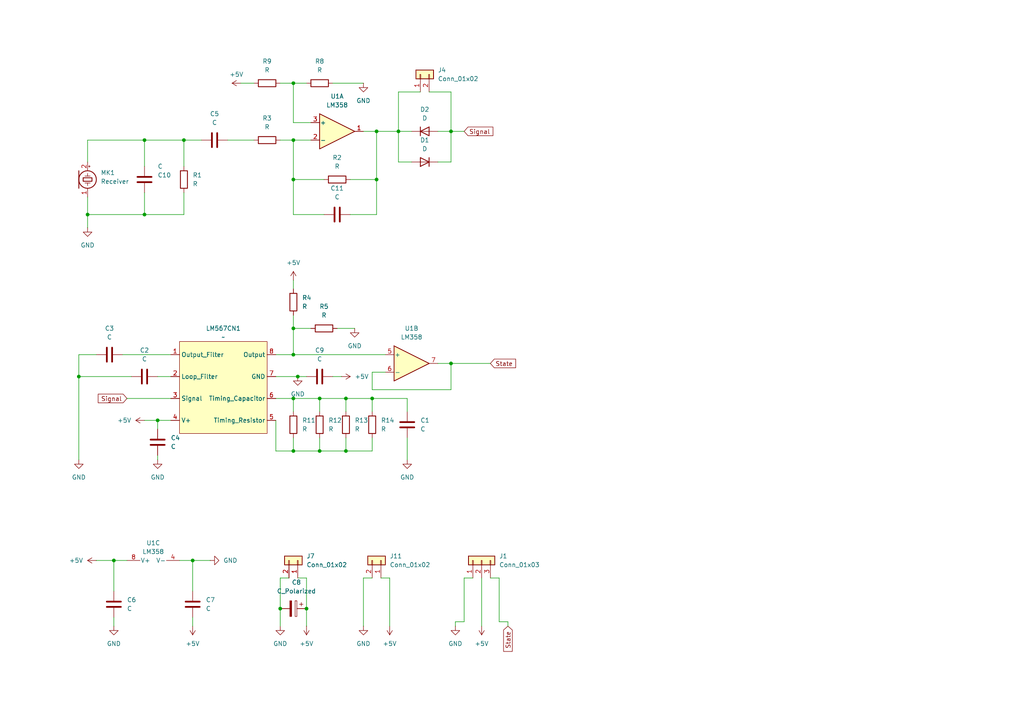
<source format=kicad_sch>
(kicad_sch (version 20250114) (generator "eeschema") (generator_version "9.0")
  (paper "A4")
  (lib_symbols
    (symbol "Amplifier_Operational:LM358" (pin_names (offset 0.127))
      (property "Reference" "U" (at 0 5.08 0))
      (property "Value" "LM358" (at 0 -5.08 0))
      (symbol "LM358_1_1"
        (polyline (pts (xy -5.08 5.08) (xy 5.08 0) (xy -5.08 -5.08) (xy -5.08 5.08)) (stroke (width 0.254)) (fill (type background)))
        (pin input line (at -7.62 2.54 0) (length 2.54) (name "+") (number "3"))
        (pin input line (at -7.62 -2.54 0) (length 2.54) (name "-") (number "2"))
        (pin output line (at 7.62 0 180) (length 2.54) (name "~") (number "1"))
      )
      (symbol "LM358_2_1"
        (polyline (pts (xy -5.08 5.08) (xy 5.08 0) (xy -5.08 -5.08) (xy -5.08 5.08)) (stroke (width 0.254)) (fill (type background)))
        (pin input line (at -7.62 2.54 0) (length 2.54) (name "+") (number "5"))
        (pin input line (at -7.62 -2.54 0) (length 2.54) (name "-") (number "6"))
        (pin output line (at 7.62 0 180) (length 2.54) (name "~") (number "7"))
      )
      (symbol "LM358_3_1"
        (pin power_in line (at -2.54 7.62 270) (length 3.81) (name "V+") (number "8"))
        (pin power_in line (at -2.54 -7.62 90) (length 3.81) (name "V-") (number "4"))
      )
    )
    (symbol "C_1" (pin_numbers (hide yes)) (pin_names (offset 0.254))
      (property "Reference" "C" (at 0.635 2.54 0))
      (property "Value" "C" (at 0.635 -2.54 0))
      (symbol "C_1_0_1"
        (polyline (pts (xy -2.032 0.762) (xy 2.032 0.762)) (stroke (width 0.508)))
        (polyline (pts (xy -2.032 -0.762) (xy 2.032 -0.762)) (stroke (width 0.508)))
      )
      (symbol "C_1_1_1"
        (pin passive line (at 0 3.81 270) (length 2.794) (name "~") (number "1"))
        (pin passive line (at 0 -3.81 90) (length 2.794) (name "~") (number "2"))
      )
    )
    (symbol "Connector_Generic:Conn_01x02" (pin_names (offset 1.016) (hide yes))
      (property "Reference" "J" (at 0 2.54 0))
      (property "Value" "Conn_01x02" (at 0 -5.08 0))
      (symbol "Conn_01x02_1_1"
        (rectangle (start -1.27 1.27) (end 1.27 -3.81) (stroke (width 0.254)) (fill (type background)))
        (rectangle (start -1.27 0.127) (end 0 -0.127) (stroke (width 0.1524)))
        (rectangle (start -1.27 -2.413) (end 0 -2.667) (stroke (width 0.1524)))
        (pin passive line (at -5.08 0 0) (length 3.81) (name "Pin_1") (number "1"))
        (pin passive line (at -5.08 -2.54 0) (length 3.81) (name "Pin_2") (number "2"))
      )
    )
    (symbol "Connector_Generic:Conn_01x03" (pin_names (offset 1.016) (hide yes))
      (property "Reference" "J" (at 0 5.08 0))
      (property "Value" "Conn_01x03" (at 0 -5.08 0))
      (symbol "Conn_01x03_1_1"
        (rectangle (start -1.27 3.81) (end 1.27 -3.81) (stroke (width 0.254)) (fill (type background)))
        (rectangle (start -1.27 2.667) (end 0 2.413) (stroke (width 0.1524)))
        (rectangle (start -1.27 0.127) (end 0 -0.127) (stroke (width 0.1524)))
        (rectangle (start -1.27 -2.413) (end 0 -2.667) (stroke (width 0.1524)))
        (pin passive line (at -5.08 2.54 0) (length 3.81) (name "Pin_1") (number "1"))
        (pin passive line (at -5.08 0 0) (length 3.81) (name "Pin_2") (number "2"))
        (pin passive line (at -5.08 -2.54 0) (length 3.81) (name "Pin_3") (number "3"))
      )
    )
    (symbol "Device:C" (pin_numbers (hide yes)) (pin_names (offset 0.254))
      (property "Reference" "C" (at 0.635 2.54 0))
      (property "Value" "C" (at 0.635 -2.54 0))
      (symbol "C_0_1"
        (polyline (pts (xy -2.032 0.762) (xy 2.032 0.762)) (stroke (width 0.508)))
        (polyline (pts (xy -2.032 -0.762) (xy 2.032 -0.762)) (stroke (width 0.508)))
      )
      (symbol "C_1_1"
        (pin passive line (at 0 3.81 270) (length 2.794) (name "~") (number "1"))
        (pin passive line (at 0 -3.81 90) (length 2.794) (name "~") (number "2"))
      )
    )
    (symbol "Device:C_Polarized" (pin_numbers (hide yes)) (pin_names (offset 0.254))
      (property "Reference" "C" (at 0.635 2.54 0))
      (property "Value" "C_Polarized" (at 0.635 -2.54 0))
      (symbol "C_Polarized_0_1"
        (rectangle (start -2.286 0.508) (end 2.286 1.016))
        (polyline (pts (xy -1.778 2.286) (xy -0.762 2.286)))
        (polyline (pts (xy -1.27 2.794) (xy -1.27 1.778)))
        (rectangle (start 2.286 -0.508) (end -2.286 -1.016) (fill (type outline)))
      )
      (symbol "C_Polarized_1_1"
        (pin passive line (at 0 3.81 270) (length 2.794) (name "~") (number "1"))
        (pin passive line (at 0 -3.81 90) (length 2.794) (name "~") (number "2"))
      )
    )
    (symbol "Device:D" (pin_numbers (hide yes)) (pin_names (offset 1.016) (hide yes))
      (property "Reference" "D" (at 0 2.54 0))
      (property "Value" "D" (at 0 -2.54 0))
      (symbol "D_0_1"
        (polyline (pts (xy -1.27 1.27) (xy -1.27 -1.27)) (stroke (width 0.254)))
        (polyline (pts (xy 1.27 1.27) (xy 1.27 -1.27) (xy -1.27 0) (xy 1.27 1.27)) (stroke (width 0.254)))
        (polyline (pts (xy 1.27 0) (xy -1.27 0)))
      )
      (symbol "D_1_1"
        (pin passive line (at -3.81 0 0) (length 2.54) (name "K") (number "1"))
        (pin passive line (at 3.81 0 180) (length 2.54) (name "A") (number "2"))
      )
    )
    (symbol "Device:Microphone_Ultrasound" (pin_names (offset 0.0254) (hide yes))
      (property "Reference" "MK" (at -3.81 1.143 0))
      (property "Value" "Microphone_Ultrasound" (at -3.81 -0.762 0))
      (symbol "Microphone_Ultrasound_0_1"
        (polyline (pts (xy -2.54 2.54) (xy -2.54 -2.54)) (stroke (width 0.254)))
        (rectangle (start -1.27 0.508) (end 1.27 -0.508) (stroke (width 0.254)))
        (polyline (pts (xy -0.762 1.016) (xy 0.762 1.016)))
        (polyline (pts (xy -0.762 -1.016) (xy 0.762 -1.016)))
        (polyline (pts (xy 0 1.016) (xy 0 1.778)))
        (circle (center 0 0) (radius 2.54) (stroke (width 0.254)))
        (polyline (pts (xy 0 -1.016) (xy 0 -1.778)))
        (polyline (pts (xy 0.254 3.81) (xy 0.762 3.81)))
        (polyline (pts (xy 0.508 4.064) (xy 0.508 3.556)))
      )
      (symbol "Microphone_Ultrasound_1_1"
        (pin passive line (at 0 5.08 270) (length 2.54) (name "+") (number "2"))
        (pin passive line (at 0 -5.08 90) (length 2.54) (name "-") (number "1"))
      )
    )
    (symbol "Device:R" (pin_numbers (hide yes)) (pin_names (offset 0))
      (property "Reference" "R" (at 2.032 0 90))
      (property "Value" "R" (at 0 0 90))
      (symbol "R_0_1"
        (rectangle (start -1.016 -2.54) (end 1.016 2.54) (stroke (width 0.254)))
      )
      (symbol "R_1_1"
        (pin passive line (at 0 3.81 270) (length 1.27) (name "~") (number "1"))
        (pin passive line (at 0 -3.81 90) (length 1.27) (name "~") (number "2"))
      )
    )
    (symbol "LM567:LM567CN"
      (property "Reference" "LM567CN" (at 0 0 0))
      (symbol "LM567CN_1_1"
        (rectangle (start -12.7 12.7) (end 12.7 -13.97) (fill (type background)))
        (pin passive line (at -15.24 8.89 0) (length 2.54) (name "Output_Filter") (number "1"))
        (pin passive line (at -15.24 2.54 0) (length 2.54) (name "Loop_Filter") (number "2"))
        (pin input line (at -15.24 -3.81 0) (length 2.54) (name "Signal") (number "3"))
        (pin input line (at -15.24 -10.16 0) (length 2.54) (name "V+") (number "4"))
        (pin output line (at 15.24 8.89 180) (length 2.54) (name "Output") (number "8"))
        (pin input line (at 15.24 2.54 180) (length 2.54) (name "GND") (number "7"))
        (pin passive line (at 15.24 -3.81 180) (length 2.54) (name "Timing_Capacitor") (number "6"))
        (pin passive line (at 15.24 -10.16 180) (length 2.54) (name "Timing_Resistor") (number "5"))
      )
    )
    (symbol "power:+5V" (power) (pin_numbers (hide yes)) (pin_names (offset 0) (hide yes))
      (property "Value" "+5V" (at 0 3.556 0))
      (symbol "+5V_0_1"
        (polyline (pts (xy -0.762 1.27) (xy 0 2.54)))
        (polyline (pts (xy 0 2.54) (xy 0.762 1.27)))
        (polyline (pts (xy 0 0) (xy 0 2.54)))
      )
      (symbol "+5V_1_1"
        (pin power_in line (at 0 0 90) (length 0) (name "~") (number "1"))
      )
    )
    (symbol "power:GND" (power) (pin_numbers (hide yes)) (pin_names (offset 0) (hide yes))
      (property "Value" "GND" (at 0 -3.81 0))
      (symbol "GND_0_1"
        (polyline (pts (xy 0 0) (xy 0 -1.27) (xy 1.27 -1.27) (xy 0 -2.54) (xy -1.27 -1.27) (xy 0 -1.27)))
      )
      (symbol "GND_1_1"
        (pin power_in line (at 0 0 270) (length 0) (name "~") (number "1"))
      )
    )
  )
  (junction (at 85.09 95.25))
  (junction (at 130.81 38.1))
  (junction (at 22.86 109.22))
  (junction (at 92.71 130.81))
  (junction (at 100.33 130.81))
  (junction (at 33.02 162.56))
  (junction (at 130.81 105.41))
  (junction (at 85.09 24.13))
  (junction (at 88.9 176.53))
  (junction (at 85.09 115.57))
  (junction (at 85.09 52.07))
  (junction (at 115.57 38.1))
  (junction (at 107.95 115.57))
  (junction (at 109.22 52.07))
  (junction (at 25.4 62.23))
  (junction (at 85.09 102.87))
  (junction (at 85.09 130.81))
  (junction (at 92.71 115.57))
  (junction (at 45.72 121.92))
  (junction (at 53.34 40.64))
  (junction (at 41.91 62.23))
  (junction (at 41.91 40.64))
  (junction (at 81.28 176.53))
  (junction (at 85.09 40.64))
  (junction (at 55.88 162.56))
  (junction (at 86.36 109.22))
  (junction (at 100.33 115.57))
  (junction (at 109.22 38.1))
  (wire (pts (xy 107.95 107.95) (xy 111.76 107.95)))
  (wire (pts (xy 107.95 115.57) (xy 107.95 119.38)))
  (wire (pts (xy 130.81 38.1) (xy 134.62 38.1)))
  (wire (pts (xy 80.01 109.22) (xy 86.36 109.22)))
  (wire (pts (xy 81.28 24.13) (xy 85.09 24.13)))
  (wire (pts (xy 96.52 109.22) (xy 99.06 109.22)))
  (wire (pts (xy 81.28 40.64) (xy 85.09 40.64)))
  (wire (pts (xy 147.32 180.34) (xy 144.78 180.34)))
  (wire (pts (xy 88.9 167.64) (xy 86.36 167.64)))
  (wire (pts (xy 127 105.41) (xy 130.81 105.41)))
  (wire (pts (xy 81.28 167.64) (xy 81.28 176.53)))
  (wire (pts (xy 45.72 124.46) (xy 45.72 121.92)))
  (wire (pts (xy 93.98 62.23) (xy 85.09 62.23)))
  (wire (pts (xy 27.94 102.87) (xy 22.86 102.87)))
  (wire (pts (xy 41.91 40.64) (xy 41.91 48.26)))
  (wire (pts (xy 109.22 38.1) (xy 115.57 38.1)))
  (wire (pts (xy 113.03 167.64) (xy 110.49 167.64)))
  (wire (pts (xy 41.91 62.23) (xy 25.4 62.23)))
  (wire (pts (xy 92.71 115.57) (xy 92.71 119.38)))
  (wire (pts (xy 85.09 115.57) (xy 85.09 119.38)))
  (wire (pts (xy 85.09 24.13) (xy 88.9 24.13)))
  (wire (pts (xy 80.01 115.57) (xy 85.09 115.57)))
  (wire (pts (xy 45.72 132.08) (xy 45.72 133.35)))
  (wire (pts (xy 86.36 109.22) (xy 88.9 109.22)))
  (wire (pts (xy 66.04 40.64) (xy 73.66 40.64)))
  (wire (pts (xy 25.4 40.64) (xy 41.91 40.64)))
  (wire (pts (xy 85.09 35.56) (xy 85.09 24.13)))
  (wire (pts (xy 115.57 38.1) (xy 115.57 46.99)))
  (wire (pts (xy 90.17 35.56) (xy 85.09 35.56)))
  (wire (pts (xy 109.22 52.07) (xy 101.6 52.07)))
  (wire (pts (xy 33.02 162.56) (xy 33.02 171.45)))
  (wire (pts (xy 41.91 121.92) (xy 45.72 121.92)))
  (wire (pts (xy 25.4 62.23) (xy 25.4 66.04)))
  (wire (pts (xy 55.88 179.07) (xy 55.88 181.61)))
  (wire (pts (xy 142.24 167.64) (xy 144.78 167.64)))
  (wire (pts (xy 81.28 167.64) (xy 83.82 167.64)))
  (wire (pts (xy 85.09 62.23) (xy 85.09 52.07)))
  (wire (pts (xy 36.83 115.57) (xy 49.53 115.57)))
  (wire (pts (xy 92.71 130.81) (xy 100.33 130.81)))
  (wire (pts (xy 124.46 26.67) (xy 130.81 26.67)))
  (wire (pts (xy 107.95 113.03) (xy 107.95 107.95)))
  (wire (pts (xy 109.22 62.23) (xy 109.22 52.07)))
  (wire (pts (xy 109.22 38.1) (xy 109.22 52.07)))
  (wire (pts (xy 33.02 179.07) (xy 33.02 181.61)))
  (wire (pts (xy 53.34 40.64) (xy 58.42 40.64)))
  (wire (pts (xy 85.09 130.81) (xy 85.09 127)))
  (wire (pts (xy 85.09 95.25) (xy 85.09 102.87)))
  (wire (pts (xy 93.98 52.07) (xy 85.09 52.07)))
  (wire (pts (xy 85.09 95.25) (xy 90.17 95.25)))
  (wire (pts (xy 118.11 127) (xy 118.11 133.35)))
  (wire (pts (xy 85.09 52.07) (xy 85.09 40.64)))
  (wire (pts (xy 88.9 176.53) (xy 88.9 181.61)))
  (wire (pts (xy 147.32 181.61) (xy 147.32 180.34)))
  (wire (pts (xy 55.88 162.56) (xy 55.88 171.45)))
  (wire (pts (xy 35.56 102.87) (xy 49.53 102.87)))
  (wire (pts (xy 101.6 62.23) (xy 109.22 62.23)))
  (wire (pts (xy 22.86 102.87) (xy 22.86 109.22)))
  (wire (pts (xy 132.08 180.34) (xy 132.08 181.61)))
  (wire (pts (xy 92.71 127) (xy 92.71 130.81)))
  (wire (pts (xy 105.41 167.64) (xy 107.95 167.64)))
  (wire (pts (xy 25.4 57.15) (xy 25.4 62.23)))
  (wire (pts (xy 92.71 115.57) (xy 100.33 115.57)))
  (wire (pts (xy 85.09 115.57) (xy 92.71 115.57)))
  (wire (pts (xy 100.33 115.57) (xy 100.33 119.38)))
  (wire (pts (xy 134.62 167.64) (xy 137.16 167.64)))
  (wire (pts (xy 113.03 167.64) (xy 113.03 181.61)))
  (wire (pts (xy 96.52 24.13) (xy 105.41 24.13)))
  (wire (pts (xy 115.57 38.1) (xy 119.38 38.1)))
  (wire (pts (xy 85.09 102.87) (xy 111.76 102.87)))
  (wire (pts (xy 55.88 162.56) (xy 52.07 162.56)))
  (wire (pts (xy 45.72 121.92) (xy 49.53 121.92)))
  (wire (pts (xy 85.09 40.64) (xy 90.17 40.64)))
  (wire (pts (xy 55.88 162.56) (xy 60.96 162.56)))
  (wire (pts (xy 22.86 109.22) (xy 22.86 133.35)))
  (wire (pts (xy 85.09 130.81) (xy 92.71 130.81)))
  (wire (pts (xy 22.86 109.22) (xy 38.1 109.22)))
  (wire (pts (xy 107.95 130.81) (xy 100.33 130.81)))
  (wire (pts (xy 45.72 109.22) (xy 49.53 109.22)))
  (wire (pts (xy 80.01 121.92) (xy 80.01 130.81)))
  (wire (pts (xy 127 38.1) (xy 130.81 38.1)))
  (wire (pts (xy 130.81 105.41) (xy 142.24 105.41)))
  (wire (pts (xy 41.91 55.88) (xy 41.91 62.23)))
  (wire (pts (xy 130.81 113.03) (xy 107.95 113.03)))
  (wire (pts (xy 130.81 38.1) (xy 130.81 46.99)))
  (wire (pts (xy 97.79 95.25) (xy 102.87 95.25)))
  (wire (pts (xy 100.33 115.57) (xy 107.95 115.57)))
  (wire (pts (xy 81.28 176.53) (xy 81.28 181.61)))
  (wire (pts (xy 27.94 162.56) (xy 33.02 162.56)))
  (wire (pts (xy 115.57 46.99) (xy 119.38 46.99)))
  (wire (pts (xy 41.91 62.23) (xy 53.34 62.23)))
  (wire (pts (xy 41.91 40.64) (xy 53.34 40.64)))
  (wire (pts (xy 69.85 24.13) (xy 73.66 24.13)))
  (wire (pts (xy 85.09 91.44) (xy 85.09 95.25)))
  (wire (pts (xy 107.95 127) (xy 107.95 130.81)))
  (wire (pts (xy 85.09 81.28) (xy 85.09 83.82)))
  (wire (pts (xy 127 46.99) (xy 130.81 46.99)))
  (wire (pts (xy 115.57 26.67) (xy 115.57 38.1)))
  (wire (pts (xy 107.95 115.57) (xy 118.11 115.57)))
  (wire (pts (xy 139.7 181.61) (xy 139.7 167.64)))
  (wire (pts (xy 118.11 115.57) (xy 118.11 119.38)))
  (wire (pts (xy 130.81 26.67) (xy 130.81 38.1)))
  (wire (pts (xy 33.02 162.56) (xy 36.83 162.56)))
  (wire (pts (xy 105.41 167.64) (xy 105.41 181.61)))
  (wire (pts (xy 88.9 167.64) (xy 88.9 176.53)))
  (wire (pts (xy 105.41 38.1) (xy 109.22 38.1)))
  (wire (pts (xy 132.08 180.34) (xy 134.62 180.34)))
  (wire (pts (xy 80.01 130.81) (xy 85.09 130.81)))
  (wire (pts (xy 53.34 55.88) (xy 53.34 62.23)))
  (wire (pts (xy 80.01 102.87) (xy 85.09 102.87)))
  (wire (pts (xy 53.34 48.26) (xy 53.34 40.64)))
  (wire (pts (xy 130.81 105.41) (xy 130.81 113.03)))
  (wire (pts (xy 121.92 26.67) (xy 115.57 26.67)))
  (wire (pts (xy 100.33 127) (xy 100.33 130.81)))
  (wire (pts (xy 134.62 167.64) (xy 134.62 180.34)))
  (wire (pts (xy 144.78 180.34) (xy 144.78 167.64)))
  (wire (pts (xy 25.4 46.99) (xy 25.4 40.64)))
  (global_label "Signal" (shape input) (at 36.83 115.57 180) (property "Intersheetrefs" "${INTERSHEET_REFS}" (effects (hide yes))))
  (global_label "Signal" (shape input) (at 134.62 38.1 0) (property "Intersheetrefs" "${INTERSHEET_REFS}" (effects (hide yes))))
  (global_label "State" (shape input) (at 142.24 105.41 0) (property "Intersheetrefs" "${INTERSHEET_REFS}" (effects (hide yes))))
  (global_label "State" (shape input) (at 147.32 181.61 270) (property "Intersheetrefs" "${INTERSHEET_REFS}" (effects (hide yes))))
  (symbol (lib_id "Device:Microphone_Ultrasound") (at 25.4 52.07 0) (unit 1)
    (property "Reference" "MK1" (at 29.21 50.1014 0) (effects (justify left)))
    (property "Value" "Receiver" (at 29.21 52.6414 0) (effects (justify left)))
    (property "Footprint" "UR:UR-1640K-TT-2-R" (effects (hide yes)))
    (property "Description" "Ultrasound receiver" (effects (hide yes)))
  )
  (symbol (lib_id "Connector_Generic:Conn_01x03") (at 139.7 162.56 90) (unit 1)
    (property "Reference" "J1" (at 144.78 161.2899 90) (effects (justify right)))
    (property "Value" "Conn_01x03" (at 144.78 163.8299 90) (effects (justify right)))
    (property "Footprint" "Connector_PinHeader_2.54mm:PinHeader_1x03_P2.54mm_Vertical" (effects (hide yes)))
    (property "Description" "Generic connector, single row, 01x03, script generated (kicad-library-utils/schlib/autogen/connector/)" (effects (hide yes)))
  )
  (symbol (lib_id "power:+5V") (at 41.91 121.92 90) (unit 1)
    (property "Reference" "#PWR04" (effects (hide yes)))
    (property "Value" "+5V" (at 38.1 121.9199 90) (effects (justify left)))
    (property "Description" "Power symbol creates a global label with name \"+5V\"" (effects (hide yes)))
  )
  (symbol (lib_id "Device:R") (at 77.47 24.13 90) (unit 1)
    (property "Reference" "R9" (at 77.47 17.78 90))
    (property "Value" "R" (at 77.47 20.32 90))
    (property "Footprint" "UR:R_Axial_DIN0207_L6.3mm_D2.5mm_P10.16mm_Horizontal" (effects (hide yes)))
    (property "Description" "Resistor" (effects (hide yes)))
  )
  (symbol (lib_id "Device:C") (at 41.91 109.22 90) (unit 1)
    (property "Reference" "C2" (at 41.91 101.6 90))
    (property "Value" "C" (at 41.91 104.14 90))
    (property "Footprint" "UR:C_Rect_L4.6mm_W2.0mm_P2.50mm_MKS02_FKP02" (effects (hide yes)))
    (property "Description" "Unpolarized capacitor" (effects (hide yes)))
  )
  (symbol (lib_id "Device:R") (at 100.33 123.19 0) (unit 1)
    (property "Reference" "R13" (at 102.87 121.9199 0) (effects (justify left)))
    (property "Value" "R" (at 102.87 124.4599 0) (effects (justify left)))
    (property "Footprint" "UR:R_Axial_DIN0207_L6.3mm_D2.5mm_P10.16mm_Horizontal" (effects (hide yes)))
    (property "Description" "Resistor" (effects (hide yes)))
  )
  (symbol (lib_id "Connector_Generic:Conn_01x02") (at 86.36 162.56 270) (mirror x) (unit 1)
    (property "Reference" "J7" (at 88.9 161.2899 90) (effects (justify left)))
    (property "Value" "Conn_01x02" (at 88.9 163.8299 90) (effects (justify left)))
    (property "Footprint" "Connector_PinHeader_2.54mm:PinHeader_1x02_P2.54mm_Vertical" (effects (hide yes)))
    (property "Description" "Generic connector, single row, 01x02, script generated (kicad-library-utils/schlib/autogen/connector/)" (effects (hide yes)))
  )
  (symbol (lib_id "power:+5V") (at 99.06 109.22 270) (unit 1)
    (property "Reference" "#PWR011" (effects (hide yes)))
    (property "Value" "+5V" (at 102.87 109.2199 90) (effects (justify left)))
    (property "Description" "Power symbol creates a global label with name \"+5V\"" (effects (hide yes)))
  )
  (symbol (lib_id "power:GND") (at 102.87 95.25 0) (unit 1)
    (property "Reference" "#PWR021" (effects (hide yes)))
    (property "Value" "GND" (at 102.87 100.33 0))
    (property "Description" "Power symbol creates a global label with name \"GND\" , ground" (effects (hide yes)))
  )
  (symbol (lib_id "power:GND") (at 45.72 133.35 0) (unit 1)
    (property "Reference" "#PWR05" (effects (hide yes)))
    (property "Value" "GND" (at 45.72 138.43 0))
    (property "Description" "Power symbol creates a global label with name \"GND\" , ground" (effects (hide yes)))
  )
  (symbol (lib_id "Amplifier_Operational:LM358") (at 119.38 105.41 0) (unit 2)
    (property "Reference" "U1" (at 119.38 95.25 0))
    (property "Value" "LM358" (at 119.38 97.79 0))
    (property "Footprint" "Package_DIP:DIP-8_W10.16mm" (effects (hide yes)))
    (property "Datasheet" "http://www.ti.com/lit/ds/symlink/lm2904-n.pdf" (effects (hide yes)))
    (property "Description" "Low-Power, Dual Operational Amplifiers, DIP-8/SOIC-8/TO-99-8" (effects (hide yes)))
  )
  (symbol (lib_id "power:+5V") (at 69.85 24.13 90) (unit 1)
    (property "Reference" "#PWR025" (effects (hide yes)))
    (property "Value" "+5V" (at 68.58 21.59 90))
    (property "Description" "Power symbol creates a global label with name \"+5V\"" (effects (hide yes)))
  )
  (symbol (lib_id "Device:R") (at 92.71 24.13 90) (unit 1)
    (property "Reference" "R8" (at 92.71 17.78 90))
    (property "Value" "R" (at 92.71 20.32 90))
    (property "Footprint" "UR:R_Axial_DIN0207_L6.3mm_D2.5mm_P10.16mm_Horizontal" (effects (hide yes)))
    (property "Description" "Resistor" (effects (hide yes)))
  )
  (symbol (lib_id "Device:R") (at 77.47 40.64 90) (unit 1)
    (property "Reference" "R3" (at 77.47 34.29 90))
    (property "Value" "R" (at 77.47 36.83 90))
    (property "Footprint" "UR:R_Axial_DIN0207_L6.3mm_D2.5mm_P10.16mm_Horizontal" (effects (hide yes)))
    (property "Description" "Resistor" (effects (hide yes)))
  )
  (symbol (lib_id "Device:R") (at 85.09 123.19 0) (unit 1)
    (property "Reference" "R11" (at 87.63 121.9199 0) (effects (justify left)))
    (property "Value" "R" (at 87.63 124.4599 0) (effects (justify left)))
    (property "Footprint" "UR:R_Axial_DIN0207_L6.3mm_D2.5mm_P10.16mm_Horizontal" (effects (hide yes)))
    (property "Description" "Resistor" (effects (hide yes)))
  )
  (symbol (lib_id "power:+5V") (at 55.88 181.61 180) (unit 1)
    (property "Reference" "#PWR026" (effects (hide yes)))
    (property "Value" "+5V" (at 55.88 186.69 0))
    (property "Description" "Power symbol creates a global label with name \"+5V\"" (effects (hide yes)))
  )
  (symbol (lib_id "Device:C") (at 97.79 62.23 90) (unit 1)
    (property "Reference" "C11" (at 97.79 54.61 90))
    (property "Value" "C" (at 97.79 57.15 90))
    (property "Footprint" "UR:C_Rect_L4.6mm_W2.0mm_P2.50mm_MKS02_FKP02" (effects (hide yes)))
    (property "Description" "Unpolarized capacitor" (effects (hide yes)))
  )
  (symbol (lib_id "power:GND") (at 33.02 181.61 0) (unit 1)
    (property "Reference" "#PWR010" (effects (hide yes)))
    (property "Value" "GND" (at 33.02 186.69 0))
    (property "Description" "Power symbol creates a global label with name \"GND\" , ground" (effects (hide yes)))
  )
  (symbol (lib_id "Device:C") (at 33.02 175.26 0) (unit 1)
    (property "Reference" "C6" (at 36.83 173.9899 0) (effects (justify left)))
    (property "Value" "C" (at 36.83 176.5299 0) (effects (justify left)))
    (property "Footprint" "UR:C_Rect_L4.6mm_W2.0mm_P2.50mm_MKS02_FKP02" (effects (hide yes)))
    (property "Description" "Unpolarized capacitor" (effects (hide yes)))
  )
  (symbol (lib_id "Device:R") (at 93.98 95.25 90) (unit 1)
    (property "Reference" "R5" (at 93.98 88.9 90))
    (property "Value" "R" (at 93.98 91.44 90))
    (property "Footprint" "UR:R_Axial_DIN0207_L6.3mm_D2.5mm_P10.16mm_Horizontal" (effects (hide yes)))
    (property "Description" "Resistor" (effects (hide yes)))
  )
  (symbol (lib_id "Device:R") (at 92.71 123.19 0) (unit 1)
    (property "Reference" "R12" (at 95.25 121.9199 0) (effects (justify left)))
    (property "Value" "R" (at 95.25 124.4599 0) (effects (justify left)))
    (property "Footprint" "UR:R_Axial_DIN0207_L6.3mm_D2.5mm_P10.16mm_Horizontal" (effects (hide yes)))
    (property "Description" "Resistor" (effects (hide yes)))
  )
  (symbol (lib_id "power:GND") (at 25.4 66.04 0) (unit 1)
    (property "Reference" "#PWR02" (effects (hide yes)))
    (property "Value" "GND" (at 25.4 71.12 0))
    (property "Description" "Power symbol creates a global label with name \"GND\" , ground" (effects (hide yes)))
  )
  (symbol (lib_id "Connector_Generic:Conn_01x02") (at 121.92 21.59 90) (unit 1)
    (property "Reference" "J4" (at 127 20.3199 90) (effects (justify right)))
    (property "Value" "Conn_01x02" (at 127 22.8599 90) (effects (justify right)))
    (property "Footprint" "Connector_PinHeader_2.54mm:PinHeader_1x02_P2.54mm_Vertical" (effects (hide yes)))
    (property "Description" "Generic connector, single row, 01x02, script generated (kicad-library-utils/schlib/autogen/connector/)" (effects (hide yes)))
  )
  (symbol (lib_id "Device:C") (at 41.91 52.07 180) (unit 1)
    (property "Reference" "C10" (at 45.72 50.7999 0) (effects (justify right)))
    (property "Value" "C" (at 45.72 48.2599 0) (effects (justify right)))
    (property "Footprint" "UR:C_Rect_L4.6mm_W2.0mm_P2.50mm_MKS02_FKP02" (effects (hide yes)))
    (property "Description" "Unpolarized capacitor" (effects (hide yes)))
  )
  (symbol (lib_id "power:GND") (at 105.41 181.61 0) (unit 1)
    (property "Reference" "#PWR018" (effects (hide yes)))
    (property "Value" "GND" (at 105.41 186.69 0))
    (property "Description" "Power symbol creates a global label with name \"GND\" , ground" (effects (hide yes)))
  )
  (symbol (lib_id "Device:R") (at 97.79 52.07 270) (unit 1)
    (property "Reference" "R2" (at 97.79 45.72 90))
    (property "Value" "R" (at 97.79 48.26 90))
    (property "Footprint" "UR:R_Axial_DIN0207_L6.3mm_D2.5mm_P10.16mm_Horizontal" (effects (hide yes)))
    (property "Description" "Resistor" (effects (hide yes)))
  )
  (symbol (lib_id "Device:C_Polarized") (at 85.09 176.53 270) (unit 1)
    (property "Reference" "C8" (at 85.979 168.91 90))
    (property "Value" "C_Polarized" (at 85.979 171.45 90))
    (property "Footprint" "Capacitor_THT:CP_Radial_D5.0mm_P2.50mm" (effects (hide yes)))
    (property "Description" "Polarized capacitor" (effects (hide yes)))
  )
  (symbol (lib_id "power:+5V") (at 113.03 181.61 180) (unit 1)
    (property "Reference" "#PWR019" (effects (hide yes)))
    (property "Value" "+5V" (at 113.03 186.69 0))
    (property "Description" "Power symbol creates a global label with name \"+5V\"" (effects (hide yes)))
  )
  (symbol (lib_id "Device:C") (at 45.72 128.27 180) (unit 1)
    (property "Reference" "C4" (at 49.53 126.9999 0) (effects (justify right)))
    (property "Value" "C" (at 49.53 129.5399 0) (effects (justify right)))
    (property "Footprint" "UR:C_Rect_L4.6mm_W2.0mm_P2.50mm_MKS02_FKP02" (effects (hide yes)))
    (property "Description" "Unpolarized capacitor" (effects (hide yes)))
  )
  (symbol (lib_id "LM567:LM567CN") (at 64.77 111.76 0) (unit 1)
    (property "Reference" "LM567CN1" (at 64.77 95.25 0))
    (property "Value" "~" (at 64.77 97.79 0))
    (property "Footprint" "Package_DIP:DIP-8_W10.16mm" (effects (hide yes)))
  )
  (symbol (lib_id "Device:R") (at 107.95 123.19 0) (unit 1)
    (property "Reference" "R14" (at 110.49 121.9199 0) (effects (justify left)))
    (property "Value" "R" (at 110.49 124.4599 0) (effects (justify left)))
    (property "Footprint" "UR:R_Axial_DIN0207_L6.3mm_D2.5mm_P10.16mm_Horizontal" (effects (hide yes)))
    (property "Description" "Resistor" (effects (hide yes)))
  )
  (symbol (lib_id "power:GND") (at 22.86 133.35 0) (unit 1)
    (property "Reference" "#PWR03" (effects (hide yes)))
    (property "Value" "GND" (at 22.86 138.43 0))
    (property "Description" "Power symbol creates a global label with name \"GND\" , ground" (effects (hide yes)))
  )
  (symbol (lib_id "power:GND") (at 132.08 181.61 0) (unit 1)
    (property "Reference" "#PWR020" (effects (hide yes)))
    (property "Value" "GND" (at 132.08 186.69 0))
    (property "Description" "Power symbol creates a global label with name \"GND\" , ground" (effects (hide yes)))
  )
  (symbol (lib_id "power:GND") (at 60.96 162.56 90) (unit 1)
    (property "Reference" "#PWR016" (effects (hide yes)))
    (property "Value" "GND" (at 64.77 162.5599 90) (effects (justify right)))
    (property "Description" "Power symbol creates a global label with name \"GND\" , ground" (effects (hide yes)))
  )
  (symbol (lib_id "power:+5V") (at 88.9 181.61 180) (unit 1)
    (property "Reference" "#PWR013" (effects (hide yes)))
    (property "Value" "+5V" (at 88.9 186.69 0))
    (property "Description" "Power symbol creates a global label with name \"+5V\"" (effects (hide yes)))
  )
  (symbol (lib_id "Device:C") (at 92.71 109.22 270) (unit 1)
    (property "Reference" "C9" (at 92.71 101.6 90))
    (property "Value" "C" (at 92.71 104.14 90))
    (property "Footprint" "UR:C_Rect_L4.6mm_W2.0mm_P2.50mm_MKS02_FKP02" (effects (hide yes)))
    (property "Description" "Unpolarized capacitor" (effects (hide yes)))
  )
  (symbol (lib_id "Connector_Generic:Conn_01x02") (at 110.49 162.56 270) (mirror x) (unit 1)
    (property "Reference" "J11" (at 113.03 161.2899 90) (effects (justify left)))
    (property "Value" "Conn_01x02" (at 113.03 163.8299 90) (effects (justify left)))
    (property "Footprint" "Connector_PinHeader_2.54mm:PinHeader_1x02_P2.54mm_Vertical" (effects (hide yes)))
    (property "Description" "Generic connector, single row, 01x02, script generated (kicad-library-utils/schlib/autogen/connector/)" (effects (hide yes)))
  )
  (symbol (lib_name "C_1") (lib_id "Device:C") (at 62.23 40.64 90) (unit 1)
    (property "Reference" "C5" (at 62.23 33.02 90))
    (property "Value" "C" (at 62.23 35.56 90))
    (property "Footprint" "UR:C_Rect_L4.6mm_W2.0mm_P2.50mm_MKS02_FKP02" (effects (hide yes)))
    (property "Description" "Unpolarized capacitor" (effects (hide yes)))
  )
  (symbol (lib_id "power:GND") (at 118.11 133.35 0) (unit 1)
    (property "Reference" "#PWR07" (effects (hide yes)))
    (property "Value" "GND" (at 118.11 138.43 0))
    (property "Description" "Power symbol creates a global label with name \"GND\" , ground" (effects (hide yes)))
  )
  (symbol (lib_id "power:GND") (at 81.28 181.61 0) (unit 1)
    (property "Reference" "#PWR012" (effects (hide yes)))
    (property "Value" "GND" (at 81.28 186.69 0))
    (property "Description" "Power symbol creates a global label with name \"GND\" , ground" (effects (hide yes)))
  )
  (symbol (lib_id "power:+5V") (at 27.94 162.56 90) (unit 1)
    (property "Reference" "#PWR015" (effects (hide yes)))
    (property "Value" "+5V" (at 24.13 162.5599 90) (effects (justify left)))
    (property "Description" "Power symbol creates a global label with name \"+5V\"" (effects (hide yes)))
  )
  (symbol (lib_id "Device:D") (at 123.19 38.1 0) (unit 1)
    (property "Reference" "D2" (at 123.19 31.75 0))
    (property "Value" "D" (at 123.19 34.29 0))
    (property "Footprint" "Diode_THT:D_A-405_P7.62mm_Horizontal" (effects (hide yes)))
    (property "Description" "Diode" (effects (hide yes)))
    (property "Sim.Device" "D" (effects (hide yes)))
    (property "Sim.Pins" "1=K 2=A" (effects (hide yes)))
  )
  (symbol (lib_id "Device:R") (at 53.34 52.07 0) (unit 1)
    (property "Reference" "R1" (at 55.88 50.7999 0) (effects (justify left)))
    (property "Value" "R" (at 55.88 53.3399 0) (effects (justify left)))
    (property "Footprint" "UR:R_Axial_DIN0207_L6.3mm_D2.5mm_P10.16mm_Horizontal" (effects (hide yes)))
    (property "Description" "Resistor" (effects (hide yes)))
  )
  (symbol (lib_id "power:GND") (at 105.41 24.13 0) (unit 1)
    (property "Reference" "#PWR01" (effects (hide yes)))
    (property "Value" "GND" (at 105.41 29.21 0))
    (property "Description" "Power symbol creates a global label with name \"GND\" , ground" (effects (hide yes)))
  )
  (symbol (lib_id "power:+5V") (at 85.09 81.28 0) (unit 1)
    (property "Reference" "#PWR06" (effects (hide yes)))
    (property "Value" "+5V" (at 85.09 76.2 0))
    (property "Description" "Power symbol creates a global label with name \"+5V\"" (effects (hide yes)))
  )
  (symbol (lib_id "Device:C") (at 118.11 123.19 0) (unit 1)
    (property "Reference" "C1" (at 121.92 121.9199 0) (effects (justify left)))
    (property "Value" "C" (at 121.92 124.4599 0) (effects (justify left)))
    (property "Footprint" "UR:C_Rect_L4.6mm_W2.0mm_P2.50mm_MKS02_FKP02" (effects (hide yes)))
    (property "Description" "Unpolarized capacitor" (effects (hide yes)))
  )
  (symbol (lib_id "power:+5V") (at 139.7 181.61 180) (unit 1)
    (property "Reference" "#PWR022" (effects (hide yes)))
    (property "Value" "+5V" (at 139.7 186.69 0))
    (property "Description" "Power symbol creates a global label with name \"+5V\"" (effects (hide yes)))
  )
  (symbol (lib_id "Device:D") (at 123.19 46.99 180) (unit 1)
    (property "Reference" "D1" (at 123.19 40.64 0))
    (property "Value" "D" (at 123.19 43.18 0))
    (property "Footprint" "Diode_THT:D_A-405_P7.62mm_Horizontal" (effects (hide yes)))
    (property "Description" "Diode" (effects (hide yes)))
    (property "Sim.Device" "D" (effects (hide yes)))
    (property "Sim.Pins" "1=K 2=A" (effects (hide yes)))
  )
  (symbol (lib_id "power:GND") (at 86.36 109.22 0) (unit 1)
    (property "Reference" "#PWR08" (effects (hide yes)))
    (property "Value" "GND" (at 86.36 114.3 0))
    (property "Description" "Power symbol creates a global label with name \"GND\" , ground" (effects (hide yes)))
  )
  (symbol (lib_id "Device:C") (at 31.75 102.87 90) (unit 1)
    (property "Reference" "C3" (at 31.75 95.25 90))
    (property "Value" "C" (at 31.75 97.79 90))
    (property "Footprint" "UR:C_Rect_L4.6mm_W2.0mm_P2.50mm_MKS02_FKP02" (effects (hide yes)))
    (property "Description" "Unpolarized capacitor" (effects (hide yes)))
  )
  (symbol (lib_id "Amplifier_Operational:LM358") (at 97.79 38.1 0) (unit 1)
    (property "Reference" "U1" (at 97.79 27.94 0))
    (property "Value" "LM358" (at 97.79 30.48 0))
    (property "Footprint" "Package_DIP:DIP-8_W10.16mm" (effects (hide yes)))
    (property "Datasheet" "http://www.ti.com/lit/ds/symlink/lm2904-n.pdf" (effects (hide yes)))
    (property "Description" "Low-Power, Dual Operational Amplifiers, DIP-8/SOIC-8/TO-99-8" (effects (hide yes)))
  )
  (symbol (lib_id "Device:C") (at 55.88 175.26 0) (unit 1)
    (property "Reference" "C7" (at 59.69 173.9899 0) (effects (justify left)))
    (property "Value" "C" (at 59.69 176.5299 0) (effects (justify left)))
    (property "Footprint" "UR:C_Rect_L4.6mm_W2.0mm_P2.50mm_MKS02_FKP02" (effects (hide yes)))
    (property "Description" "Unpolarized capacitor" (effects (hide yes)))
  )
  (symbol (lib_id "Device:R") (at 85.09 87.63 180) (unit 1)
    (property "Reference" "R4" (at 87.63 86.3599 0) (effects (justify right)))
    (property "Value" "R" (at 87.63 88.8999 0) (effects (justify right)))
    (property "Footprint" "UR:R_Axial_DIN0207_L6.3mm_D2.5mm_P10.16mm_Horizontal" (effects (hide yes)))
    (property "Description" "Resistor" (effects (hide yes)))
  )
  (symbol (lib_id "Amplifier_Operational:LM358") (at 44.45 160.02 90) (unit 3)
    (property "Reference" "U1" (at 44.45 157.48 90))
    (property "Value" "LM358" (at 44.45 160.02 90))
    (property "Footprint" "Package_DIP:DIP-8_W10.16mm" (effects (hide yes)))
    (property "Datasheet" "http://www.ti.com/lit/ds/symlink/lm2904-n.pdf" (effects (hide yes)))
    (property "Description" "Low-Power, Dual Operational Amplifiers, DIP-8/SOIC-8/TO-99-8" (effects (hide yes)))
  )
)
</source>
